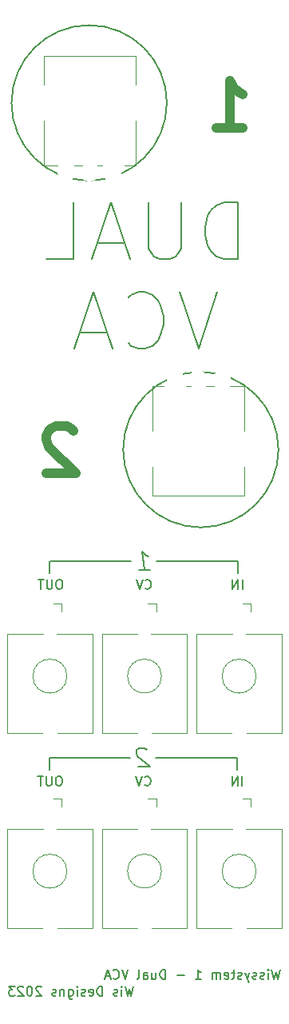
<source format=gbr>
%TF.GenerationSoftware,KiCad,Pcbnew,7.0.1*%
%TF.CreationDate,2023-04-20T06:23:29-07:00*%
%TF.ProjectId,wissystem_vca1,77697373-7973-4746-956d-5f766361312e,rev?*%
%TF.SameCoordinates,Original*%
%TF.FileFunction,Legend,Bot*%
%TF.FilePolarity,Positive*%
%FSLAX46Y46*%
G04 Gerber Fmt 4.6, Leading zero omitted, Abs format (unit mm)*
G04 Created by KiCad (PCBNEW 7.0.1) date 2023-04-20 06:23:29*
%MOMM*%
%LPD*%
G01*
G04 APERTURE LIST*
%ADD10C,0.150000*%
%ADD11C,1.000000*%
%ADD12C,0.120000*%
%ADD13O,2.720000X3.240000*%
%ADD14R,1.800000X1.800000*%
%ADD15C,1.800000*%
%ADD16R,1.930000X1.830000*%
%ADD17C,2.130000*%
G04 APERTURE END LIST*
D10*
X45104228Y-58955714D02*
X45104228Y-52955714D01*
X45104228Y-52955714D02*
X43675657Y-52955714D01*
X43675657Y-52955714D02*
X42818514Y-53241428D01*
X42818514Y-53241428D02*
X42247085Y-53812857D01*
X42247085Y-53812857D02*
X41961371Y-54384285D01*
X41961371Y-54384285D02*
X41675657Y-55527142D01*
X41675657Y-55527142D02*
X41675657Y-56384285D01*
X41675657Y-56384285D02*
X41961371Y-57527142D01*
X41961371Y-57527142D02*
X42247085Y-58098571D01*
X42247085Y-58098571D02*
X42818514Y-58670000D01*
X42818514Y-58670000D02*
X43675657Y-58955714D01*
X43675657Y-58955714D02*
X45104228Y-58955714D01*
X39104228Y-52955714D02*
X39104228Y-57812857D01*
X39104228Y-57812857D02*
X38818514Y-58384285D01*
X38818514Y-58384285D02*
X38532800Y-58670000D01*
X38532800Y-58670000D02*
X37961371Y-58955714D01*
X37961371Y-58955714D02*
X36818514Y-58955714D01*
X36818514Y-58955714D02*
X36247085Y-58670000D01*
X36247085Y-58670000D02*
X35961371Y-58384285D01*
X35961371Y-58384285D02*
X35675657Y-57812857D01*
X35675657Y-57812857D02*
X35675657Y-52955714D01*
X33104228Y-57241428D02*
X30247086Y-57241428D01*
X33675657Y-58955714D02*
X31675657Y-52955714D01*
X31675657Y-52955714D02*
X29675657Y-58955714D01*
X24818514Y-58955714D02*
X27675657Y-58955714D01*
X27675657Y-58955714D02*
X27675657Y-52955714D01*
X42961371Y-62455314D02*
X40961371Y-68455314D01*
X40961371Y-68455314D02*
X38961371Y-62455314D01*
X33532800Y-67883885D02*
X33818514Y-68169600D01*
X33818514Y-68169600D02*
X34675657Y-68455314D01*
X34675657Y-68455314D02*
X35247085Y-68455314D01*
X35247085Y-68455314D02*
X36104228Y-68169600D01*
X36104228Y-68169600D02*
X36675657Y-67598171D01*
X36675657Y-67598171D02*
X36961371Y-67026742D01*
X36961371Y-67026742D02*
X37247085Y-65883885D01*
X37247085Y-65883885D02*
X37247085Y-65026742D01*
X37247085Y-65026742D02*
X36961371Y-63883885D01*
X36961371Y-63883885D02*
X36675657Y-63312457D01*
X36675657Y-63312457D02*
X36104228Y-62741028D01*
X36104228Y-62741028D02*
X35247085Y-62455314D01*
X35247085Y-62455314D02*
X34675657Y-62455314D01*
X34675657Y-62455314D02*
X33818514Y-62741028D01*
X33818514Y-62741028D02*
X33532800Y-63026742D01*
X31247085Y-66741028D02*
X28389943Y-66741028D01*
X31818514Y-68455314D02*
X29818514Y-62455314D01*
X29818514Y-62455314D02*
X27818514Y-68455314D01*
X36449000Y-111810800D02*
X45034200Y-111810800D01*
X25146000Y-111810800D02*
X33731200Y-111810800D01*
X25120600Y-111810800D02*
X25120600Y-113080800D01*
X45034200Y-111810800D02*
X45034200Y-113080800D01*
X25196800Y-90932000D02*
X25196800Y-92202000D01*
X25222200Y-90932000D02*
X33807400Y-90932000D01*
X45110400Y-90932000D02*
X45110400Y-92202000D01*
X36525200Y-90932000D02*
X45110400Y-90932000D01*
X35472761Y-110924914D02*
X35365619Y-110829676D01*
X35365619Y-110829676D02*
X35163238Y-110734438D01*
X35163238Y-110734438D02*
X34687047Y-110734438D01*
X34687047Y-110734438D02*
X34508476Y-110829676D01*
X34508476Y-110829676D02*
X34425142Y-110924914D01*
X34425142Y-110924914D02*
X34353714Y-111115390D01*
X34353714Y-111115390D02*
X34377523Y-111305866D01*
X34377523Y-111305866D02*
X34508476Y-111591580D01*
X34508476Y-111591580D02*
X35794190Y-112734438D01*
X35794190Y-112734438D02*
X34556095Y-112734438D01*
X34657695Y-91906438D02*
X35800552Y-91906438D01*
X35229123Y-91906438D02*
X34979123Y-89906438D01*
X34979123Y-89906438D02*
X35205314Y-90192152D01*
X35205314Y-90192152D02*
X35419600Y-90382628D01*
X35419600Y-90382628D02*
X35621980Y-90477866D01*
D11*
X27698819Y-77160285D02*
X27460723Y-76922190D01*
X27460723Y-76922190D02*
X26984533Y-76684095D01*
X26984533Y-76684095D02*
X25794057Y-76684095D01*
X25794057Y-76684095D02*
X25317866Y-76922190D01*
X25317866Y-76922190D02*
X25079771Y-77160285D01*
X25079771Y-77160285D02*
X24841676Y-77636476D01*
X24841676Y-77636476D02*
X24841676Y-78112666D01*
X24841676Y-78112666D02*
X25079771Y-78826952D01*
X25079771Y-78826952D02*
X27936914Y-81684095D01*
X27936914Y-81684095D02*
X24841676Y-81684095D01*
X42824876Y-45108095D02*
X45682019Y-45108095D01*
X44253447Y-45108095D02*
X44253447Y-40108095D01*
X44253447Y-40108095D02*
X44729638Y-40822380D01*
X44729638Y-40822380D02*
X45205828Y-41298571D01*
X45205828Y-41298571D02*
X45682019Y-41536666D01*
D10*
X34045542Y-135986819D02*
X33807447Y-136986819D01*
X33807447Y-136986819D02*
X33616971Y-136272533D01*
X33616971Y-136272533D02*
X33426495Y-136986819D01*
X33426495Y-136986819D02*
X33188400Y-135986819D01*
X32807447Y-136986819D02*
X32807447Y-136320152D01*
X32807447Y-135986819D02*
X32855066Y-136034438D01*
X32855066Y-136034438D02*
X32807447Y-136082057D01*
X32807447Y-136082057D02*
X32759828Y-136034438D01*
X32759828Y-136034438D02*
X32807447Y-135986819D01*
X32807447Y-135986819D02*
X32807447Y-136082057D01*
X32378876Y-136939200D02*
X32283638Y-136986819D01*
X32283638Y-136986819D02*
X32093162Y-136986819D01*
X32093162Y-136986819D02*
X31997924Y-136939200D01*
X31997924Y-136939200D02*
X31950305Y-136843961D01*
X31950305Y-136843961D02*
X31950305Y-136796342D01*
X31950305Y-136796342D02*
X31997924Y-136701104D01*
X31997924Y-136701104D02*
X32093162Y-136653485D01*
X32093162Y-136653485D02*
X32236019Y-136653485D01*
X32236019Y-136653485D02*
X32331257Y-136605866D01*
X32331257Y-136605866D02*
X32378876Y-136510628D01*
X32378876Y-136510628D02*
X32378876Y-136463009D01*
X32378876Y-136463009D02*
X32331257Y-136367771D01*
X32331257Y-136367771D02*
X32236019Y-136320152D01*
X32236019Y-136320152D02*
X32093162Y-136320152D01*
X32093162Y-136320152D02*
X31997924Y-136367771D01*
X30759828Y-136986819D02*
X30759828Y-135986819D01*
X30759828Y-135986819D02*
X30521733Y-135986819D01*
X30521733Y-135986819D02*
X30378876Y-136034438D01*
X30378876Y-136034438D02*
X30283638Y-136129676D01*
X30283638Y-136129676D02*
X30236019Y-136224914D01*
X30236019Y-136224914D02*
X30188400Y-136415390D01*
X30188400Y-136415390D02*
X30188400Y-136558247D01*
X30188400Y-136558247D02*
X30236019Y-136748723D01*
X30236019Y-136748723D02*
X30283638Y-136843961D01*
X30283638Y-136843961D02*
X30378876Y-136939200D01*
X30378876Y-136939200D02*
X30521733Y-136986819D01*
X30521733Y-136986819D02*
X30759828Y-136986819D01*
X29378876Y-136939200D02*
X29474114Y-136986819D01*
X29474114Y-136986819D02*
X29664590Y-136986819D01*
X29664590Y-136986819D02*
X29759828Y-136939200D01*
X29759828Y-136939200D02*
X29807447Y-136843961D01*
X29807447Y-136843961D02*
X29807447Y-136463009D01*
X29807447Y-136463009D02*
X29759828Y-136367771D01*
X29759828Y-136367771D02*
X29664590Y-136320152D01*
X29664590Y-136320152D02*
X29474114Y-136320152D01*
X29474114Y-136320152D02*
X29378876Y-136367771D01*
X29378876Y-136367771D02*
X29331257Y-136463009D01*
X29331257Y-136463009D02*
X29331257Y-136558247D01*
X29331257Y-136558247D02*
X29807447Y-136653485D01*
X28950304Y-136939200D02*
X28855066Y-136986819D01*
X28855066Y-136986819D02*
X28664590Y-136986819D01*
X28664590Y-136986819D02*
X28569352Y-136939200D01*
X28569352Y-136939200D02*
X28521733Y-136843961D01*
X28521733Y-136843961D02*
X28521733Y-136796342D01*
X28521733Y-136796342D02*
X28569352Y-136701104D01*
X28569352Y-136701104D02*
X28664590Y-136653485D01*
X28664590Y-136653485D02*
X28807447Y-136653485D01*
X28807447Y-136653485D02*
X28902685Y-136605866D01*
X28902685Y-136605866D02*
X28950304Y-136510628D01*
X28950304Y-136510628D02*
X28950304Y-136463009D01*
X28950304Y-136463009D02*
X28902685Y-136367771D01*
X28902685Y-136367771D02*
X28807447Y-136320152D01*
X28807447Y-136320152D02*
X28664590Y-136320152D01*
X28664590Y-136320152D02*
X28569352Y-136367771D01*
X28093161Y-136986819D02*
X28093161Y-136320152D01*
X28093161Y-135986819D02*
X28140780Y-136034438D01*
X28140780Y-136034438D02*
X28093161Y-136082057D01*
X28093161Y-136082057D02*
X28045542Y-136034438D01*
X28045542Y-136034438D02*
X28093161Y-135986819D01*
X28093161Y-135986819D02*
X28093161Y-136082057D01*
X27188400Y-136320152D02*
X27188400Y-137129676D01*
X27188400Y-137129676D02*
X27236019Y-137224914D01*
X27236019Y-137224914D02*
X27283638Y-137272533D01*
X27283638Y-137272533D02*
X27378876Y-137320152D01*
X27378876Y-137320152D02*
X27521733Y-137320152D01*
X27521733Y-137320152D02*
X27616971Y-137272533D01*
X27188400Y-136939200D02*
X27283638Y-136986819D01*
X27283638Y-136986819D02*
X27474114Y-136986819D01*
X27474114Y-136986819D02*
X27569352Y-136939200D01*
X27569352Y-136939200D02*
X27616971Y-136891580D01*
X27616971Y-136891580D02*
X27664590Y-136796342D01*
X27664590Y-136796342D02*
X27664590Y-136510628D01*
X27664590Y-136510628D02*
X27616971Y-136415390D01*
X27616971Y-136415390D02*
X27569352Y-136367771D01*
X27569352Y-136367771D02*
X27474114Y-136320152D01*
X27474114Y-136320152D02*
X27283638Y-136320152D01*
X27283638Y-136320152D02*
X27188400Y-136367771D01*
X26712209Y-136320152D02*
X26712209Y-136986819D01*
X26712209Y-136415390D02*
X26664590Y-136367771D01*
X26664590Y-136367771D02*
X26569352Y-136320152D01*
X26569352Y-136320152D02*
X26426495Y-136320152D01*
X26426495Y-136320152D02*
X26331257Y-136367771D01*
X26331257Y-136367771D02*
X26283638Y-136463009D01*
X26283638Y-136463009D02*
X26283638Y-136986819D01*
X25855066Y-136939200D02*
X25759828Y-136986819D01*
X25759828Y-136986819D02*
X25569352Y-136986819D01*
X25569352Y-136986819D02*
X25474114Y-136939200D01*
X25474114Y-136939200D02*
X25426495Y-136843961D01*
X25426495Y-136843961D02*
X25426495Y-136796342D01*
X25426495Y-136796342D02*
X25474114Y-136701104D01*
X25474114Y-136701104D02*
X25569352Y-136653485D01*
X25569352Y-136653485D02*
X25712209Y-136653485D01*
X25712209Y-136653485D02*
X25807447Y-136605866D01*
X25807447Y-136605866D02*
X25855066Y-136510628D01*
X25855066Y-136510628D02*
X25855066Y-136463009D01*
X25855066Y-136463009D02*
X25807447Y-136367771D01*
X25807447Y-136367771D02*
X25712209Y-136320152D01*
X25712209Y-136320152D02*
X25569352Y-136320152D01*
X25569352Y-136320152D02*
X25474114Y-136367771D01*
X24283637Y-136082057D02*
X24236018Y-136034438D01*
X24236018Y-136034438D02*
X24140780Y-135986819D01*
X24140780Y-135986819D02*
X23902685Y-135986819D01*
X23902685Y-135986819D02*
X23807447Y-136034438D01*
X23807447Y-136034438D02*
X23759828Y-136082057D01*
X23759828Y-136082057D02*
X23712209Y-136177295D01*
X23712209Y-136177295D02*
X23712209Y-136272533D01*
X23712209Y-136272533D02*
X23759828Y-136415390D01*
X23759828Y-136415390D02*
X24331256Y-136986819D01*
X24331256Y-136986819D02*
X23712209Y-136986819D01*
X23093161Y-135986819D02*
X22997923Y-135986819D01*
X22997923Y-135986819D02*
X22902685Y-136034438D01*
X22902685Y-136034438D02*
X22855066Y-136082057D01*
X22855066Y-136082057D02*
X22807447Y-136177295D01*
X22807447Y-136177295D02*
X22759828Y-136367771D01*
X22759828Y-136367771D02*
X22759828Y-136605866D01*
X22759828Y-136605866D02*
X22807447Y-136796342D01*
X22807447Y-136796342D02*
X22855066Y-136891580D01*
X22855066Y-136891580D02*
X22902685Y-136939200D01*
X22902685Y-136939200D02*
X22997923Y-136986819D01*
X22997923Y-136986819D02*
X23093161Y-136986819D01*
X23093161Y-136986819D02*
X23188399Y-136939200D01*
X23188399Y-136939200D02*
X23236018Y-136891580D01*
X23236018Y-136891580D02*
X23283637Y-136796342D01*
X23283637Y-136796342D02*
X23331256Y-136605866D01*
X23331256Y-136605866D02*
X23331256Y-136367771D01*
X23331256Y-136367771D02*
X23283637Y-136177295D01*
X23283637Y-136177295D02*
X23236018Y-136082057D01*
X23236018Y-136082057D02*
X23188399Y-136034438D01*
X23188399Y-136034438D02*
X23093161Y-135986819D01*
X22378875Y-136082057D02*
X22331256Y-136034438D01*
X22331256Y-136034438D02*
X22236018Y-135986819D01*
X22236018Y-135986819D02*
X21997923Y-135986819D01*
X21997923Y-135986819D02*
X21902685Y-136034438D01*
X21902685Y-136034438D02*
X21855066Y-136082057D01*
X21855066Y-136082057D02*
X21807447Y-136177295D01*
X21807447Y-136177295D02*
X21807447Y-136272533D01*
X21807447Y-136272533D02*
X21855066Y-136415390D01*
X21855066Y-136415390D02*
X22426494Y-136986819D01*
X22426494Y-136986819D02*
X21807447Y-136986819D01*
X21474113Y-135986819D02*
X20855066Y-135986819D01*
X20855066Y-135986819D02*
X21188399Y-136367771D01*
X21188399Y-136367771D02*
X21045542Y-136367771D01*
X21045542Y-136367771D02*
X20950304Y-136415390D01*
X20950304Y-136415390D02*
X20902685Y-136463009D01*
X20902685Y-136463009D02*
X20855066Y-136558247D01*
X20855066Y-136558247D02*
X20855066Y-136796342D01*
X20855066Y-136796342D02*
X20902685Y-136891580D01*
X20902685Y-136891580D02*
X20950304Y-136939200D01*
X20950304Y-136939200D02*
X21045542Y-136986819D01*
X21045542Y-136986819D02*
X21331256Y-136986819D01*
X21331256Y-136986819D02*
X21426494Y-136939200D01*
X21426494Y-136939200D02*
X21474113Y-136891580D01*
X49590342Y-134208819D02*
X49352247Y-135208819D01*
X49352247Y-135208819D02*
X49161771Y-134494533D01*
X49161771Y-134494533D02*
X48971295Y-135208819D01*
X48971295Y-135208819D02*
X48733200Y-134208819D01*
X48352247Y-135208819D02*
X48352247Y-134542152D01*
X48352247Y-134208819D02*
X48399866Y-134256438D01*
X48399866Y-134256438D02*
X48352247Y-134304057D01*
X48352247Y-134304057D02*
X48304628Y-134256438D01*
X48304628Y-134256438D02*
X48352247Y-134208819D01*
X48352247Y-134208819D02*
X48352247Y-134304057D01*
X47923676Y-135161200D02*
X47828438Y-135208819D01*
X47828438Y-135208819D02*
X47637962Y-135208819D01*
X47637962Y-135208819D02*
X47542724Y-135161200D01*
X47542724Y-135161200D02*
X47495105Y-135065961D01*
X47495105Y-135065961D02*
X47495105Y-135018342D01*
X47495105Y-135018342D02*
X47542724Y-134923104D01*
X47542724Y-134923104D02*
X47637962Y-134875485D01*
X47637962Y-134875485D02*
X47780819Y-134875485D01*
X47780819Y-134875485D02*
X47876057Y-134827866D01*
X47876057Y-134827866D02*
X47923676Y-134732628D01*
X47923676Y-134732628D02*
X47923676Y-134685009D01*
X47923676Y-134685009D02*
X47876057Y-134589771D01*
X47876057Y-134589771D02*
X47780819Y-134542152D01*
X47780819Y-134542152D02*
X47637962Y-134542152D01*
X47637962Y-134542152D02*
X47542724Y-134589771D01*
X47114152Y-135161200D02*
X47018914Y-135208819D01*
X47018914Y-135208819D02*
X46828438Y-135208819D01*
X46828438Y-135208819D02*
X46733200Y-135161200D01*
X46733200Y-135161200D02*
X46685581Y-135065961D01*
X46685581Y-135065961D02*
X46685581Y-135018342D01*
X46685581Y-135018342D02*
X46733200Y-134923104D01*
X46733200Y-134923104D02*
X46828438Y-134875485D01*
X46828438Y-134875485D02*
X46971295Y-134875485D01*
X46971295Y-134875485D02*
X47066533Y-134827866D01*
X47066533Y-134827866D02*
X47114152Y-134732628D01*
X47114152Y-134732628D02*
X47114152Y-134685009D01*
X47114152Y-134685009D02*
X47066533Y-134589771D01*
X47066533Y-134589771D02*
X46971295Y-134542152D01*
X46971295Y-134542152D02*
X46828438Y-134542152D01*
X46828438Y-134542152D02*
X46733200Y-134589771D01*
X46352247Y-134542152D02*
X46114152Y-135208819D01*
X45876057Y-134542152D02*
X46114152Y-135208819D01*
X46114152Y-135208819D02*
X46209390Y-135446914D01*
X46209390Y-135446914D02*
X46257009Y-135494533D01*
X46257009Y-135494533D02*
X46352247Y-135542152D01*
X45542723Y-135161200D02*
X45447485Y-135208819D01*
X45447485Y-135208819D02*
X45257009Y-135208819D01*
X45257009Y-135208819D02*
X45161771Y-135161200D01*
X45161771Y-135161200D02*
X45114152Y-135065961D01*
X45114152Y-135065961D02*
X45114152Y-135018342D01*
X45114152Y-135018342D02*
X45161771Y-134923104D01*
X45161771Y-134923104D02*
X45257009Y-134875485D01*
X45257009Y-134875485D02*
X45399866Y-134875485D01*
X45399866Y-134875485D02*
X45495104Y-134827866D01*
X45495104Y-134827866D02*
X45542723Y-134732628D01*
X45542723Y-134732628D02*
X45542723Y-134685009D01*
X45542723Y-134685009D02*
X45495104Y-134589771D01*
X45495104Y-134589771D02*
X45399866Y-134542152D01*
X45399866Y-134542152D02*
X45257009Y-134542152D01*
X45257009Y-134542152D02*
X45161771Y-134589771D01*
X44828437Y-134542152D02*
X44447485Y-134542152D01*
X44685580Y-134208819D02*
X44685580Y-135065961D01*
X44685580Y-135065961D02*
X44637961Y-135161200D01*
X44637961Y-135161200D02*
X44542723Y-135208819D01*
X44542723Y-135208819D02*
X44447485Y-135208819D01*
X43733199Y-135161200D02*
X43828437Y-135208819D01*
X43828437Y-135208819D02*
X44018913Y-135208819D01*
X44018913Y-135208819D02*
X44114151Y-135161200D01*
X44114151Y-135161200D02*
X44161770Y-135065961D01*
X44161770Y-135065961D02*
X44161770Y-134685009D01*
X44161770Y-134685009D02*
X44114151Y-134589771D01*
X44114151Y-134589771D02*
X44018913Y-134542152D01*
X44018913Y-134542152D02*
X43828437Y-134542152D01*
X43828437Y-134542152D02*
X43733199Y-134589771D01*
X43733199Y-134589771D02*
X43685580Y-134685009D01*
X43685580Y-134685009D02*
X43685580Y-134780247D01*
X43685580Y-134780247D02*
X44161770Y-134875485D01*
X43257008Y-135208819D02*
X43257008Y-134542152D01*
X43257008Y-134637390D02*
X43209389Y-134589771D01*
X43209389Y-134589771D02*
X43114151Y-134542152D01*
X43114151Y-134542152D02*
X42971294Y-134542152D01*
X42971294Y-134542152D02*
X42876056Y-134589771D01*
X42876056Y-134589771D02*
X42828437Y-134685009D01*
X42828437Y-134685009D02*
X42828437Y-135208819D01*
X42828437Y-134685009D02*
X42780818Y-134589771D01*
X42780818Y-134589771D02*
X42685580Y-134542152D01*
X42685580Y-134542152D02*
X42542723Y-134542152D01*
X42542723Y-134542152D02*
X42447484Y-134589771D01*
X42447484Y-134589771D02*
X42399865Y-134685009D01*
X42399865Y-134685009D02*
X42399865Y-135208819D01*
X40637961Y-135208819D02*
X41209389Y-135208819D01*
X40923675Y-135208819D02*
X40923675Y-134208819D01*
X40923675Y-134208819D02*
X41018913Y-134351676D01*
X41018913Y-134351676D02*
X41114151Y-134446914D01*
X41114151Y-134446914D02*
X41209389Y-134494533D01*
X39447484Y-134827866D02*
X38685580Y-134827866D01*
X37447484Y-135208819D02*
X37447484Y-134208819D01*
X37447484Y-134208819D02*
X37209389Y-134208819D01*
X37209389Y-134208819D02*
X37066532Y-134256438D01*
X37066532Y-134256438D02*
X36971294Y-134351676D01*
X36971294Y-134351676D02*
X36923675Y-134446914D01*
X36923675Y-134446914D02*
X36876056Y-134637390D01*
X36876056Y-134637390D02*
X36876056Y-134780247D01*
X36876056Y-134780247D02*
X36923675Y-134970723D01*
X36923675Y-134970723D02*
X36971294Y-135065961D01*
X36971294Y-135065961D02*
X37066532Y-135161200D01*
X37066532Y-135161200D02*
X37209389Y-135208819D01*
X37209389Y-135208819D02*
X37447484Y-135208819D01*
X36018913Y-134542152D02*
X36018913Y-135208819D01*
X36447484Y-134542152D02*
X36447484Y-135065961D01*
X36447484Y-135065961D02*
X36399865Y-135161200D01*
X36399865Y-135161200D02*
X36304627Y-135208819D01*
X36304627Y-135208819D02*
X36161770Y-135208819D01*
X36161770Y-135208819D02*
X36066532Y-135161200D01*
X36066532Y-135161200D02*
X36018913Y-135113580D01*
X35114151Y-135208819D02*
X35114151Y-134685009D01*
X35114151Y-134685009D02*
X35161770Y-134589771D01*
X35161770Y-134589771D02*
X35257008Y-134542152D01*
X35257008Y-134542152D02*
X35447484Y-134542152D01*
X35447484Y-134542152D02*
X35542722Y-134589771D01*
X35114151Y-135161200D02*
X35209389Y-135208819D01*
X35209389Y-135208819D02*
X35447484Y-135208819D01*
X35447484Y-135208819D02*
X35542722Y-135161200D01*
X35542722Y-135161200D02*
X35590341Y-135065961D01*
X35590341Y-135065961D02*
X35590341Y-134970723D01*
X35590341Y-134970723D02*
X35542722Y-134875485D01*
X35542722Y-134875485D02*
X35447484Y-134827866D01*
X35447484Y-134827866D02*
X35209389Y-134827866D01*
X35209389Y-134827866D02*
X35114151Y-134780247D01*
X34495103Y-135208819D02*
X34590341Y-135161200D01*
X34590341Y-135161200D02*
X34637960Y-135065961D01*
X34637960Y-135065961D02*
X34637960Y-134208819D01*
X33495102Y-134208819D02*
X33161769Y-135208819D01*
X33161769Y-135208819D02*
X32828436Y-134208819D01*
X31923674Y-135113580D02*
X31971293Y-135161200D01*
X31971293Y-135161200D02*
X32114150Y-135208819D01*
X32114150Y-135208819D02*
X32209388Y-135208819D01*
X32209388Y-135208819D02*
X32352245Y-135161200D01*
X32352245Y-135161200D02*
X32447483Y-135065961D01*
X32447483Y-135065961D02*
X32495102Y-134970723D01*
X32495102Y-134970723D02*
X32542721Y-134780247D01*
X32542721Y-134780247D02*
X32542721Y-134637390D01*
X32542721Y-134637390D02*
X32495102Y-134446914D01*
X32495102Y-134446914D02*
X32447483Y-134351676D01*
X32447483Y-134351676D02*
X32352245Y-134256438D01*
X32352245Y-134256438D02*
X32209388Y-134208819D01*
X32209388Y-134208819D02*
X32114150Y-134208819D01*
X32114150Y-134208819D02*
X31971293Y-134256438D01*
X31971293Y-134256438D02*
X31923674Y-134304057D01*
X31542721Y-134923104D02*
X31066531Y-134923104D01*
X31637959Y-135208819D02*
X31304626Y-134208819D01*
X31304626Y-134208819D02*
X30971293Y-135208819D01*
X45583504Y-114736419D02*
X45583504Y-113736419D01*
X45107314Y-114736419D02*
X45107314Y-113736419D01*
X45107314Y-113736419D02*
X44535886Y-114736419D01*
X44535886Y-114736419D02*
X44535886Y-113736419D01*
X35258476Y-114641180D02*
X35306095Y-114688800D01*
X35306095Y-114688800D02*
X35448952Y-114736419D01*
X35448952Y-114736419D02*
X35544190Y-114736419D01*
X35544190Y-114736419D02*
X35687047Y-114688800D01*
X35687047Y-114688800D02*
X35782285Y-114593561D01*
X35782285Y-114593561D02*
X35829904Y-114498323D01*
X35829904Y-114498323D02*
X35877523Y-114307847D01*
X35877523Y-114307847D02*
X35877523Y-114164990D01*
X35877523Y-114164990D02*
X35829904Y-113974514D01*
X35829904Y-113974514D02*
X35782285Y-113879276D01*
X35782285Y-113879276D02*
X35687047Y-113784038D01*
X35687047Y-113784038D02*
X35544190Y-113736419D01*
X35544190Y-113736419D02*
X35448952Y-113736419D01*
X35448952Y-113736419D02*
X35306095Y-113784038D01*
X35306095Y-113784038D02*
X35258476Y-113831657D01*
X34972761Y-113736419D02*
X34639428Y-114736419D01*
X34639428Y-114736419D02*
X34306095Y-113736419D01*
X26241428Y-113736419D02*
X26050952Y-113736419D01*
X26050952Y-113736419D02*
X25955714Y-113784038D01*
X25955714Y-113784038D02*
X25860476Y-113879276D01*
X25860476Y-113879276D02*
X25812857Y-114069752D01*
X25812857Y-114069752D02*
X25812857Y-114403085D01*
X25812857Y-114403085D02*
X25860476Y-114593561D01*
X25860476Y-114593561D02*
X25955714Y-114688800D01*
X25955714Y-114688800D02*
X26050952Y-114736419D01*
X26050952Y-114736419D02*
X26241428Y-114736419D01*
X26241428Y-114736419D02*
X26336666Y-114688800D01*
X26336666Y-114688800D02*
X26431904Y-114593561D01*
X26431904Y-114593561D02*
X26479523Y-114403085D01*
X26479523Y-114403085D02*
X26479523Y-114069752D01*
X26479523Y-114069752D02*
X26431904Y-113879276D01*
X26431904Y-113879276D02*
X26336666Y-113784038D01*
X26336666Y-113784038D02*
X26241428Y-113736419D01*
X25384285Y-113736419D02*
X25384285Y-114545942D01*
X25384285Y-114545942D02*
X25336666Y-114641180D01*
X25336666Y-114641180D02*
X25289047Y-114688800D01*
X25289047Y-114688800D02*
X25193809Y-114736419D01*
X25193809Y-114736419D02*
X25003333Y-114736419D01*
X25003333Y-114736419D02*
X24908095Y-114688800D01*
X24908095Y-114688800D02*
X24860476Y-114641180D01*
X24860476Y-114641180D02*
X24812857Y-114545942D01*
X24812857Y-114545942D02*
X24812857Y-113736419D01*
X24479523Y-113736419D02*
X23908095Y-113736419D01*
X24193809Y-114736419D02*
X24193809Y-113736419D01*
X26292228Y-92908419D02*
X26101752Y-92908419D01*
X26101752Y-92908419D02*
X26006514Y-92956038D01*
X26006514Y-92956038D02*
X25911276Y-93051276D01*
X25911276Y-93051276D02*
X25863657Y-93241752D01*
X25863657Y-93241752D02*
X25863657Y-93575085D01*
X25863657Y-93575085D02*
X25911276Y-93765561D01*
X25911276Y-93765561D02*
X26006514Y-93860800D01*
X26006514Y-93860800D02*
X26101752Y-93908419D01*
X26101752Y-93908419D02*
X26292228Y-93908419D01*
X26292228Y-93908419D02*
X26387466Y-93860800D01*
X26387466Y-93860800D02*
X26482704Y-93765561D01*
X26482704Y-93765561D02*
X26530323Y-93575085D01*
X26530323Y-93575085D02*
X26530323Y-93241752D01*
X26530323Y-93241752D02*
X26482704Y-93051276D01*
X26482704Y-93051276D02*
X26387466Y-92956038D01*
X26387466Y-92956038D02*
X26292228Y-92908419D01*
X25435085Y-92908419D02*
X25435085Y-93717942D01*
X25435085Y-93717942D02*
X25387466Y-93813180D01*
X25387466Y-93813180D02*
X25339847Y-93860800D01*
X25339847Y-93860800D02*
X25244609Y-93908419D01*
X25244609Y-93908419D02*
X25054133Y-93908419D01*
X25054133Y-93908419D02*
X24958895Y-93860800D01*
X24958895Y-93860800D02*
X24911276Y-93813180D01*
X24911276Y-93813180D02*
X24863657Y-93717942D01*
X24863657Y-93717942D02*
X24863657Y-92908419D01*
X24530323Y-92908419D02*
X23958895Y-92908419D01*
X24244609Y-93908419D02*
X24244609Y-92908419D01*
X45634304Y-93908419D02*
X45634304Y-92908419D01*
X45158114Y-93908419D02*
X45158114Y-92908419D01*
X45158114Y-92908419D02*
X44586686Y-93908419D01*
X44586686Y-93908419D02*
X44586686Y-92908419D01*
X35309276Y-93813180D02*
X35356895Y-93860800D01*
X35356895Y-93860800D02*
X35499752Y-93908419D01*
X35499752Y-93908419D02*
X35594990Y-93908419D01*
X35594990Y-93908419D02*
X35737847Y-93860800D01*
X35737847Y-93860800D02*
X35833085Y-93765561D01*
X35833085Y-93765561D02*
X35880704Y-93670323D01*
X35880704Y-93670323D02*
X35928323Y-93479847D01*
X35928323Y-93479847D02*
X35928323Y-93336990D01*
X35928323Y-93336990D02*
X35880704Y-93146514D01*
X35880704Y-93146514D02*
X35833085Y-93051276D01*
X35833085Y-93051276D02*
X35737847Y-92956038D01*
X35737847Y-92956038D02*
X35594990Y-92908419D01*
X35594990Y-92908419D02*
X35499752Y-92908419D01*
X35499752Y-92908419D02*
X35356895Y-92956038D01*
X35356895Y-92956038D02*
X35309276Y-93003657D01*
X35023561Y-92908419D02*
X34690228Y-93908419D01*
X34690228Y-93908419D02*
X34356895Y-92908419D01*
X49433840Y-79140960D02*
G75*
G03*
X49433840Y-79140960I-8235040J0D01*
G01*
X37597440Y-42418000D02*
G75*
G03*
X37597440Y-42418000I-8235040J0D01*
G01*
D12*
%TO.C,RV4*%
X34304000Y-49005600D02*
X34304000Y-44285600D01*
X33114000Y-49005600D02*
X34294000Y-49005600D01*
X30214000Y-49005600D02*
X30744000Y-49005600D01*
X27764000Y-49005600D02*
X28594000Y-49005600D01*
X24554000Y-49005600D02*
X26044000Y-49005600D01*
X24554000Y-49005600D02*
X24554000Y-44285600D01*
X34294000Y-40475600D02*
X34294000Y-37415600D01*
X24554000Y-40475600D02*
X24554000Y-37415600D01*
X24554000Y-37415600D02*
X34294000Y-37415600D01*
%TO.C,J_OUT1*%
X29696800Y-98631600D02*
X29696800Y-109131600D01*
X26426800Y-95481600D02*
X26426800Y-96281600D01*
X26426800Y-95481600D02*
X25566800Y-95481600D01*
X25996800Y-109131600D02*
X29696800Y-109131600D01*
X25916800Y-98631600D02*
X29696800Y-98631600D01*
X20696800Y-98631600D02*
X24476800Y-98631600D01*
X20696800Y-98631600D02*
X20696800Y-109131600D01*
X20696800Y-109131600D02*
X24396800Y-109131600D01*
X26996800Y-103131600D02*
G75*
G03*
X26996800Y-103131600I-1800000J0D01*
G01*
%TO.C,J_CV2*%
X37029800Y-123788400D02*
G75*
G03*
X37029800Y-123788400I-1800000J0D01*
G01*
X30729800Y-129788400D02*
X34429800Y-129788400D01*
X30729800Y-119288400D02*
X30729800Y-129788400D01*
X30729800Y-119288400D02*
X34509800Y-119288400D01*
X35949800Y-119288400D02*
X39729800Y-119288400D01*
X36029800Y-129788400D02*
X39729800Y-129788400D01*
X36459800Y-116138400D02*
X35599800Y-116138400D01*
X36459800Y-116138400D02*
X36459800Y-116938400D01*
X39729800Y-119288400D02*
X39729800Y-129788400D01*
%TO.C,J_OUT2*%
X29696800Y-119288400D02*
X29696800Y-129788400D01*
X26426800Y-116138400D02*
X26426800Y-116938400D01*
X26426800Y-116138400D02*
X25566800Y-116138400D01*
X25996800Y-129788400D02*
X29696800Y-129788400D01*
X25916800Y-119288400D02*
X29696800Y-119288400D01*
X20696800Y-119288400D02*
X24476800Y-119288400D01*
X20696800Y-119288400D02*
X20696800Y-129788400D01*
X20696800Y-129788400D02*
X24396800Y-129788400D01*
X26996800Y-123788400D02*
G75*
G03*
X26996800Y-123788400I-1800000J0D01*
G01*
%TO.C,J_SIG3*%
X49762800Y-119288400D02*
X49762800Y-129788400D01*
X46492800Y-116138400D02*
X46492800Y-116938400D01*
X46492800Y-116138400D02*
X45632800Y-116138400D01*
X46062800Y-129788400D02*
X49762800Y-129788400D01*
X45982800Y-119288400D02*
X49762800Y-119288400D01*
X40762800Y-119288400D02*
X44542800Y-119288400D01*
X40762800Y-119288400D02*
X40762800Y-129788400D01*
X40762800Y-129788400D02*
X44462800Y-129788400D01*
X47062800Y-123788400D02*
G75*
G03*
X47062800Y-123788400I-1800000J0D01*
G01*
%TO.C,J_CV1*%
X37029800Y-103131600D02*
G75*
G03*
X37029800Y-103131600I-1800000J0D01*
G01*
X30729800Y-109131600D02*
X34429800Y-109131600D01*
X30729800Y-98631600D02*
X30729800Y-109131600D01*
X30729800Y-98631600D02*
X34509800Y-98631600D01*
X35949800Y-98631600D02*
X39729800Y-98631600D01*
X36029800Y-109131600D02*
X39729800Y-109131600D01*
X36459800Y-95481600D02*
X35599800Y-95481600D01*
X36459800Y-95481600D02*
X36459800Y-96281600D01*
X39729800Y-98631600D02*
X39729800Y-109131600D01*
%TO.C,RV1*%
X36064800Y-72406400D02*
X36064800Y-77126400D01*
X37254800Y-72406400D02*
X36074800Y-72406400D01*
X40154800Y-72406400D02*
X39624800Y-72406400D01*
X42604800Y-72406400D02*
X41774800Y-72406400D01*
X45814800Y-72406400D02*
X44324800Y-72406400D01*
X45814800Y-72406400D02*
X45814800Y-77126400D01*
X36074800Y-80936400D02*
X36074800Y-83996400D01*
X45814800Y-80936400D02*
X45814800Y-83996400D01*
X45814800Y-83996400D02*
X36074800Y-83996400D01*
%TO.C,J_SIG1*%
X49762800Y-98631600D02*
X49762800Y-109131600D01*
X46492800Y-95481600D02*
X46492800Y-96281600D01*
X46492800Y-95481600D02*
X45632800Y-95481600D01*
X46062800Y-109131600D02*
X49762800Y-109131600D01*
X45982800Y-98631600D02*
X49762800Y-98631600D01*
X40762800Y-98631600D02*
X44542800Y-98631600D01*
X40762800Y-98631600D02*
X40762800Y-109131600D01*
X40762800Y-109131600D02*
X44462800Y-109131600D01*
X47062800Y-103131600D02*
G75*
G03*
X47062800Y-103131600I-1800000J0D01*
G01*
%TD*%
%LPC*%
D13*
%TO.C,RV4*%
X34224000Y-42385600D03*
X24624000Y-42385600D03*
D14*
X31924000Y-49885600D03*
D15*
X29424000Y-49885600D03*
X26924000Y-49885600D03*
%TD*%
D16*
%TO.C,J_OUT1*%
X25196800Y-96651600D03*
D17*
X25196800Y-108051600D03*
X25196800Y-99751600D03*
%TD*%
%TO.C,J_CV2*%
X35229800Y-120408400D03*
X35229800Y-128708400D03*
D16*
X35229800Y-117308400D03*
%TD*%
%TO.C,J_OUT2*%
X25196800Y-117308400D03*
D17*
X25196800Y-128708400D03*
X25196800Y-120408400D03*
%TD*%
D16*
%TO.C,J_SIG3*%
X45262800Y-117308400D03*
D17*
X45262800Y-128708400D03*
X45262800Y-120408400D03*
%TD*%
%TO.C,J_CV1*%
X35229800Y-99751600D03*
X35229800Y-108051600D03*
D16*
X35229800Y-96651600D03*
%TD*%
D13*
%TO.C,RV1*%
X36144800Y-79026400D03*
X45744800Y-79026400D03*
D14*
X38444800Y-71526400D03*
D15*
X40944800Y-71526400D03*
X43444800Y-71526400D03*
%TD*%
D16*
%TO.C,J_SIG1*%
X45262800Y-96651600D03*
D17*
X45262800Y-108051600D03*
X45262800Y-99751600D03*
%TD*%
M02*

</source>
